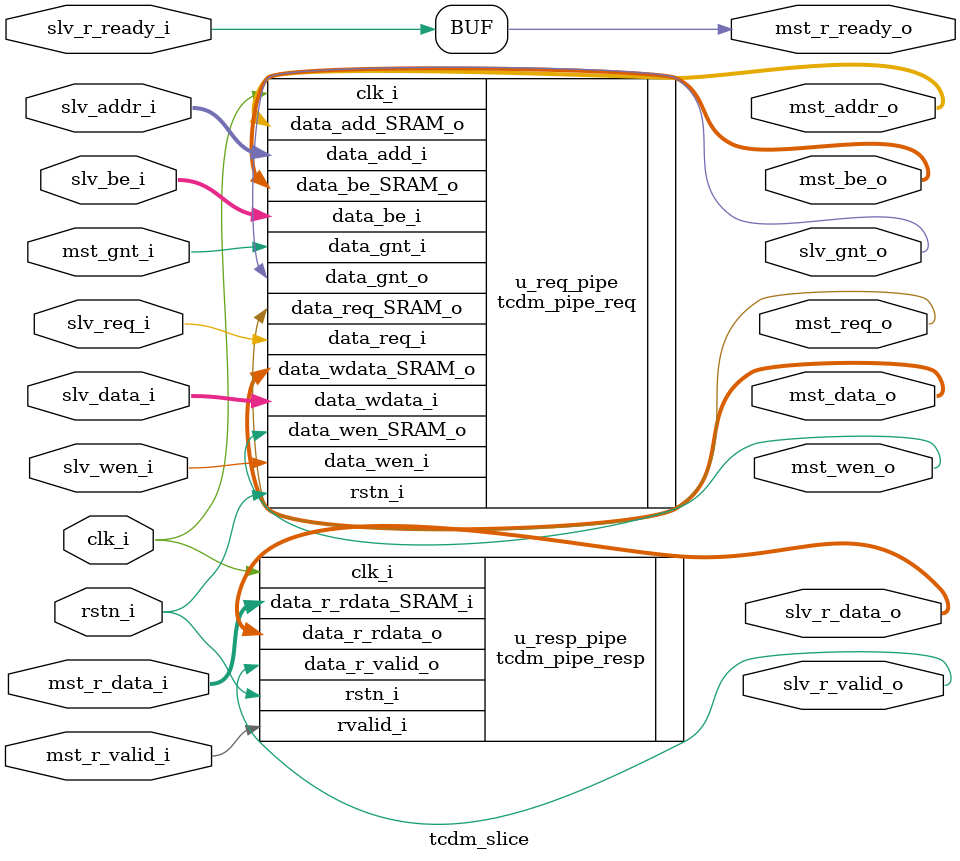
<source format=sv>
module tcdm_slice
  #(
    parameter  ADDR_WIDTH      = 11,
    parameter  DATA_WIDTH      = 32,
    localparam BE_WIDTH        = DATA_WIDTH/8
  )
  (
    input logic                     clk_i,
    input logic                     rstn_i,

    // Slave interface (input from master)
    input logic                     slv_req_i,
    output logic                    slv_gnt_o,
    input logic [ADDR_WIDTH-1:0]    slv_addr_i,
    input logic                     slv_wen_i,
    input logic [BE_WIDTH-1:0]      slv_be_i,
    input logic [DATA_WIDTH-1:0]    slv_data_i,
    input logic                     slv_r_ready_i,
    output logic [DATA_WIDTH-1:0]   slv_r_data_o,
    output logic                    slv_r_valid_o,

    // Master interface (output to slave)
    output logic                    mst_req_o,
    input logic                     mst_gnt_i,
    output logic [ADDR_WIDTH-1:0]   mst_addr_o,
    output logic                    mst_wen_o,
    output logic [BE_WIDTH-1:0]     mst_be_o,
    output logic [DATA_WIDTH-1:0]   mst_data_o,
    output logic                    mst_r_ready_o,
    input logic [DATA_WIDTH-1:0]    mst_r_data_i,
    input logic                     mst_r_valid_i
  );

  // Internal signals between request and response pipelines
  logic                     req_pipe_gnt;
  logic                     resp_pipe_valid;
  logic [DATA_WIDTH-1:0]    resp_pipe_data;

  // Request pipeline instance
  tcdm_pipe_req #(
    .ADDR_WIDTH(ADDR_WIDTH),
    .DATA_WIDTH(DATA_WIDTH)
  ) u_req_pipe (
    .clk_i          (clk_i),
    .rstn_i         (rstn_i),
    
    // Input from slave interface
    .data_req_i     (slv_req_i),
    .data_add_i     (slv_addr_i),
    .data_wen_i     (slv_wen_i),
    .data_wdata_i   (slv_data_i),
    .data_be_i      (slv_be_i),
    .data_gnt_i     (mst_gnt_i),
    
    // Output to master interface
    .data_gnt_o     (slv_gnt_o),
    .data_req_SRAM_o(mst_req_o),
    .data_add_SRAM_o(mst_addr_o),
    .data_wen_SRAM_o(mst_wen_o),
    .data_wdata_SRAM_o(mst_data_o),
    .data_be_SRAM_o (mst_be_o)
  );

  // Response pipeline instance
  tcdm_pipe_resp #(
    .DATA_WIDTH(DATA_WIDTH)
  ) u_resp_pipe (
    .clk_i                  (clk_i),
    .rstn_i                 (rstn_i),
    
    // Input from master interface
    .data_r_rdata_SRAM_i    (mst_r_data_i),
    .rvalid_i               (mst_r_valid_i),
    
    // Output to slave interface
    .data_r_rdata_o         (slv_r_data_o),
    .data_r_valid_o         (slv_r_valid_o)
  );

  // Pass through r_ready signal (no pipelining needed for backpressure)
  assign mst_r_ready_o = slv_r_ready_i;

endmodule

</source>
